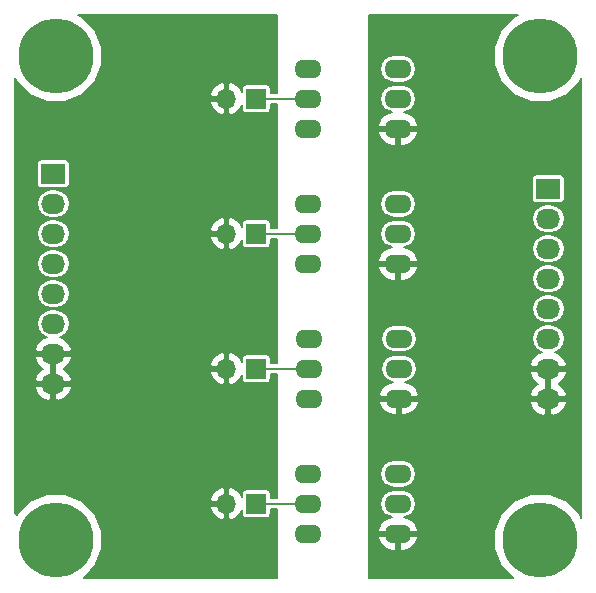
<source format=gbr>
G04 #@! TF.FileFunction,Copper,L2,Bot,Signal*
%FSLAX46Y46*%
G04 Gerber Fmt 4.6, Leading zero omitted, Abs format (unit mm)*
G04 Created by KiCad (PCBNEW (after 2015-mar-04 BZR unknown)-product) date 6/8/2017 8:03:03 AM*
%MOMM*%
G01*
G04 APERTURE LIST*
%ADD10C,0.150000*%
%ADD11O,2.300000X1.600000*%
%ADD12R,2.032000X1.727200*%
%ADD13O,2.032000X1.727200*%
%ADD14C,6.350000*%
%ADD15R,1.700000X1.700000*%
%ADD16O,1.700000X1.700000*%
%ADD17C,0.889000*%
%ADD18C,0.203200*%
G04 APERTURE END LIST*
D10*
D11*
X25340000Y-5090000D03*
X25340000Y-7630000D03*
X25340000Y-10170000D03*
X32960000Y-10170000D03*
X32960000Y-7630000D03*
X32960000Y-5090000D03*
X25340000Y-16520000D03*
X25340000Y-19060000D03*
X25340000Y-21600000D03*
X32960000Y-21600000D03*
X32960000Y-19060000D03*
X32960000Y-16520000D03*
X25400000Y-27940000D03*
X25400000Y-30480000D03*
X25400000Y-33020000D03*
X33020000Y-33020000D03*
X33020000Y-30480000D03*
X33020000Y-27940000D03*
X25340000Y-39380000D03*
X25340000Y-41920000D03*
X25340000Y-44460000D03*
X32960000Y-44460000D03*
X32960000Y-41920000D03*
X32960000Y-39380000D03*
D12*
X3750000Y-13980000D03*
D13*
X3750000Y-16520000D03*
X3750000Y-19060000D03*
X3750000Y-21600000D03*
X3750000Y-24140000D03*
X3750000Y-26680000D03*
X3750000Y-29220000D03*
X3750000Y-31760000D03*
D12*
X45660000Y-15250000D03*
D13*
X45660000Y-17790000D03*
X45660000Y-20330000D03*
X45660000Y-22870000D03*
X45660000Y-25410000D03*
X45660000Y-27950000D03*
X45660000Y-30490000D03*
X45660000Y-33030000D03*
D14*
X4000000Y-4000000D03*
X45000000Y-4000000D03*
X4000000Y-45000000D03*
X45000000Y-45000000D03*
D15*
X20955000Y-7620000D03*
D16*
X18415000Y-7620000D03*
D15*
X20955000Y-19050000D03*
D16*
X18415000Y-19050000D03*
D15*
X20955000Y-30480000D03*
D16*
X18415000Y-30480000D03*
D15*
X20955000Y-41910000D03*
D16*
X18415000Y-41910000D03*
D17*
X16510000Y-46990000D03*
X18415000Y-36195000D03*
X18415000Y-24765000D03*
X17780000Y-13970000D03*
D18*
X25340000Y-7630000D02*
X20965000Y-7630000D01*
X20965000Y-7630000D02*
X20955000Y-7620000D01*
X20955000Y-19050000D02*
X25330000Y-19050000D01*
X25330000Y-19050000D02*
X25340000Y-19060000D01*
X20955000Y-30480000D02*
X25400000Y-30480000D01*
X20955000Y-41910000D02*
X25330000Y-41910000D01*
X25330000Y-41910000D02*
X25340000Y-41920000D01*
G36*
X22698400Y-48168400D02*
X18262600Y-48168400D01*
X18262600Y-43208286D01*
X18262600Y-42062400D01*
X18262600Y-41757600D01*
X18262600Y-40611714D01*
X18262600Y-31778286D01*
X18262600Y-30632400D01*
X18262600Y-30327600D01*
X18262600Y-29181714D01*
X18262600Y-20348286D01*
X18262600Y-19202400D01*
X18262600Y-18897600D01*
X18262600Y-17751714D01*
X18262600Y-8918286D01*
X18262600Y-7772400D01*
X18262600Y-7467600D01*
X18262600Y-6321714D01*
X18037393Y-6210090D01*
X17685046Y-6356025D01*
X17256908Y-6731581D01*
X17005079Y-7242391D01*
X17115766Y-7467600D01*
X18262600Y-7467600D01*
X18262600Y-7772400D01*
X17115766Y-7772400D01*
X17005079Y-7997609D01*
X17256908Y-8508419D01*
X17685046Y-8883975D01*
X18037393Y-9029910D01*
X18262600Y-8918286D01*
X18262600Y-17751714D01*
X18037393Y-17640090D01*
X17685046Y-17786025D01*
X17256908Y-18161581D01*
X17005079Y-18672391D01*
X17115766Y-18897600D01*
X18262600Y-18897600D01*
X18262600Y-19202400D01*
X17115766Y-19202400D01*
X17005079Y-19427609D01*
X17256908Y-19938419D01*
X17685046Y-20313975D01*
X18037393Y-20459910D01*
X18262600Y-20348286D01*
X18262600Y-29181714D01*
X18037393Y-29070090D01*
X17685046Y-29216025D01*
X17256908Y-29591581D01*
X17005079Y-30102391D01*
X17115766Y-30327600D01*
X18262600Y-30327600D01*
X18262600Y-30632400D01*
X17115766Y-30632400D01*
X17005079Y-30857609D01*
X17256908Y-31368419D01*
X17685046Y-31743975D01*
X18037393Y-31889910D01*
X18262600Y-31778286D01*
X18262600Y-40611714D01*
X18037393Y-40500090D01*
X17685046Y-40646025D01*
X17256908Y-41021581D01*
X17005079Y-41532391D01*
X17115766Y-41757600D01*
X18262600Y-41757600D01*
X18262600Y-42062400D01*
X17115766Y-42062400D01*
X17005079Y-42287609D01*
X17256908Y-42798419D01*
X17685046Y-43173975D01*
X18037393Y-43319910D01*
X18262600Y-43208286D01*
X18262600Y-48168400D01*
X6362737Y-48168400D01*
X7314160Y-47218637D01*
X7910920Y-45781479D01*
X7912278Y-44225348D01*
X7318027Y-42787151D01*
X6218637Y-41685840D01*
X5325815Y-41315108D01*
X5325815Y-32139746D01*
X5325815Y-31380254D01*
X5094243Y-30894075D01*
X4672144Y-30503891D01*
X4634490Y-30490000D01*
X4672144Y-30476109D01*
X5094243Y-30085925D01*
X5325815Y-29599746D01*
X5325815Y-28840254D01*
X5094243Y-28354075D01*
X4672144Y-27963891D01*
X4297988Y-27825857D01*
X4395839Y-27806394D01*
X4791376Y-27542105D01*
X5055665Y-27146568D01*
X5148471Y-26680000D01*
X5148471Y-24140000D01*
X5148471Y-21600000D01*
X5148471Y-19060000D01*
X5148471Y-16520000D01*
X5128567Y-16419935D01*
X5128567Y-14843600D01*
X5128567Y-13116400D01*
X5102259Y-12980811D01*
X5023977Y-12861641D01*
X4905799Y-12781869D01*
X4766000Y-12753833D01*
X2734000Y-12753833D01*
X2598411Y-12780141D01*
X2479241Y-12858423D01*
X2399469Y-12976601D01*
X2371433Y-13116400D01*
X2371433Y-14843600D01*
X2397741Y-14979189D01*
X2476023Y-15098359D01*
X2594201Y-15178131D01*
X2734000Y-15206167D01*
X4766000Y-15206167D01*
X4901589Y-15179859D01*
X5020759Y-15101577D01*
X5100531Y-14983399D01*
X5128567Y-14843600D01*
X5128567Y-16419935D01*
X5055665Y-16053432D01*
X4791376Y-15657895D01*
X4395839Y-15393606D01*
X3929271Y-15300800D01*
X3570729Y-15300800D01*
X3104161Y-15393606D01*
X2708624Y-15657895D01*
X2444335Y-16053432D01*
X2351529Y-16520000D01*
X2444335Y-16986568D01*
X2708624Y-17382105D01*
X3104161Y-17646394D01*
X3570729Y-17739200D01*
X3929271Y-17739200D01*
X4395839Y-17646394D01*
X4791376Y-17382105D01*
X5055665Y-16986568D01*
X5148471Y-16520000D01*
X5148471Y-19060000D01*
X5055665Y-18593432D01*
X4791376Y-18197895D01*
X4395839Y-17933606D01*
X3929271Y-17840800D01*
X3570729Y-17840800D01*
X3104161Y-17933606D01*
X2708624Y-18197895D01*
X2444335Y-18593432D01*
X2351529Y-19060000D01*
X2444335Y-19526568D01*
X2708624Y-19922105D01*
X3104161Y-20186394D01*
X3570729Y-20279200D01*
X3929271Y-20279200D01*
X4395839Y-20186394D01*
X4791376Y-19922105D01*
X5055665Y-19526568D01*
X5148471Y-19060000D01*
X5148471Y-21600000D01*
X5055665Y-21133432D01*
X4791376Y-20737895D01*
X4395839Y-20473606D01*
X3929271Y-20380800D01*
X3570729Y-20380800D01*
X3104161Y-20473606D01*
X2708624Y-20737895D01*
X2444335Y-21133432D01*
X2351529Y-21600000D01*
X2444335Y-22066568D01*
X2708624Y-22462105D01*
X3104161Y-22726394D01*
X3570729Y-22819200D01*
X3929271Y-22819200D01*
X4395839Y-22726394D01*
X4791376Y-22462105D01*
X5055665Y-22066568D01*
X5148471Y-21600000D01*
X5148471Y-24140000D01*
X5055665Y-23673432D01*
X4791376Y-23277895D01*
X4395839Y-23013606D01*
X3929271Y-22920800D01*
X3570729Y-22920800D01*
X3104161Y-23013606D01*
X2708624Y-23277895D01*
X2444335Y-23673432D01*
X2351529Y-24140000D01*
X2444335Y-24606568D01*
X2708624Y-25002105D01*
X3104161Y-25266394D01*
X3570729Y-25359200D01*
X3929271Y-25359200D01*
X4395839Y-25266394D01*
X4791376Y-25002105D01*
X5055665Y-24606568D01*
X5148471Y-24140000D01*
X5148471Y-26680000D01*
X5055665Y-26213432D01*
X4791376Y-25817895D01*
X4395839Y-25553606D01*
X3929271Y-25460800D01*
X3570729Y-25460800D01*
X3104161Y-25553606D01*
X2708624Y-25817895D01*
X2444335Y-26213432D01*
X2351529Y-26680000D01*
X2444335Y-27146568D01*
X2708624Y-27542105D01*
X3104161Y-27806394D01*
X3202011Y-27825857D01*
X2827856Y-27963891D01*
X2405757Y-28354075D01*
X2174185Y-28840254D01*
X2285622Y-29067600D01*
X3597600Y-29067600D01*
X3597600Y-29047600D01*
X3902400Y-29047600D01*
X3902400Y-29067600D01*
X5214378Y-29067600D01*
X5325815Y-28840254D01*
X5325815Y-29599746D01*
X5214378Y-29372400D01*
X3902400Y-29372400D01*
X3902400Y-30439200D01*
X3902400Y-30540800D01*
X3902400Y-31607600D01*
X5214378Y-31607600D01*
X5325815Y-31380254D01*
X5325815Y-32139746D01*
X5214378Y-31912400D01*
X3902400Y-31912400D01*
X3902400Y-33080800D01*
X4132859Y-33215062D01*
X4672144Y-33016109D01*
X5094243Y-32625925D01*
X5325815Y-32139746D01*
X5325815Y-41315108D01*
X4781479Y-41089080D01*
X3597600Y-41088046D01*
X3597600Y-33080800D01*
X3597600Y-31912400D01*
X3597600Y-31607600D01*
X3597600Y-30540800D01*
X3597600Y-30439200D01*
X3597600Y-29372400D01*
X2285622Y-29372400D01*
X2174185Y-29599746D01*
X2405757Y-30085925D01*
X2827856Y-30476109D01*
X2865509Y-30490000D01*
X2827856Y-30503891D01*
X2405757Y-30894075D01*
X2174185Y-31380254D01*
X2285622Y-31607600D01*
X3597600Y-31607600D01*
X3597600Y-31912400D01*
X2285622Y-31912400D01*
X2174185Y-32139746D01*
X2405757Y-32625925D01*
X2827856Y-33016109D01*
X3367141Y-33215062D01*
X3597600Y-33080800D01*
X3597600Y-41088046D01*
X3225348Y-41087722D01*
X1787151Y-41681973D01*
X685840Y-42781363D01*
X640629Y-42890241D01*
X546100Y-42732691D01*
X546100Y-5884011D01*
X681973Y-6212849D01*
X1781363Y-7314160D01*
X3218521Y-7910920D01*
X4774652Y-7912278D01*
X6212849Y-7318027D01*
X7314160Y-6218637D01*
X7910920Y-4781479D01*
X7912278Y-3225348D01*
X7318027Y-1787151D01*
X6218637Y-685840D01*
X5882105Y-546100D01*
X22698400Y-546100D01*
X22698400Y-7172800D01*
X22167567Y-7172800D01*
X22167567Y-6770000D01*
X22141259Y-6634411D01*
X22062977Y-6515241D01*
X21944799Y-6435469D01*
X21805000Y-6407433D01*
X20105000Y-6407433D01*
X19969411Y-6433741D01*
X19850241Y-6512023D01*
X19770469Y-6630201D01*
X19742433Y-6770000D01*
X19742433Y-7075072D01*
X19573092Y-6731581D01*
X19144954Y-6356025D01*
X18792607Y-6210090D01*
X18567400Y-6321714D01*
X18567400Y-7467600D01*
X18587400Y-7467600D01*
X18587400Y-7772400D01*
X18567400Y-7772400D01*
X18567400Y-8918286D01*
X18792607Y-9029910D01*
X19144954Y-8883975D01*
X19573092Y-8508419D01*
X19742433Y-8164927D01*
X19742433Y-8470000D01*
X19768741Y-8605589D01*
X19847023Y-8724759D01*
X19965201Y-8804531D01*
X20105000Y-8832567D01*
X21805000Y-8832567D01*
X21940589Y-8806259D01*
X22059759Y-8727977D01*
X22139531Y-8609799D01*
X22167567Y-8470000D01*
X22167567Y-8087200D01*
X22698400Y-8087200D01*
X22698400Y-18592800D01*
X22167567Y-18592800D01*
X22167567Y-18200000D01*
X22141259Y-18064411D01*
X22062977Y-17945241D01*
X21944799Y-17865469D01*
X21805000Y-17837433D01*
X20105000Y-17837433D01*
X19969411Y-17863741D01*
X19850241Y-17942023D01*
X19770469Y-18060201D01*
X19742433Y-18200000D01*
X19742433Y-18505072D01*
X19573092Y-18161581D01*
X19144954Y-17786025D01*
X18792607Y-17640090D01*
X18567400Y-17751714D01*
X18567400Y-18897600D01*
X18587400Y-18897600D01*
X18587400Y-19202400D01*
X18567400Y-19202400D01*
X18567400Y-20348286D01*
X18792607Y-20459910D01*
X19144954Y-20313975D01*
X19573092Y-19938419D01*
X19742433Y-19594927D01*
X19742433Y-19900000D01*
X19768741Y-20035589D01*
X19847023Y-20154759D01*
X19965201Y-20234531D01*
X20105000Y-20262567D01*
X21805000Y-20262567D01*
X21940589Y-20236259D01*
X22059759Y-20157977D01*
X22139531Y-20039799D01*
X22167567Y-19900000D01*
X22167567Y-19507200D01*
X22698400Y-19507200D01*
X22698400Y-30022800D01*
X22167567Y-30022800D01*
X22167567Y-29630000D01*
X22141259Y-29494411D01*
X22062977Y-29375241D01*
X21944799Y-29295469D01*
X21805000Y-29267433D01*
X20105000Y-29267433D01*
X19969411Y-29293741D01*
X19850241Y-29372023D01*
X19770469Y-29490201D01*
X19742433Y-29630000D01*
X19742433Y-29935072D01*
X19573092Y-29591581D01*
X19144954Y-29216025D01*
X18792607Y-29070090D01*
X18567400Y-29181714D01*
X18567400Y-30327600D01*
X18587400Y-30327600D01*
X18587400Y-30632400D01*
X18567400Y-30632400D01*
X18567400Y-31778286D01*
X18792607Y-31889910D01*
X19144954Y-31743975D01*
X19573092Y-31368419D01*
X19742433Y-31024927D01*
X19742433Y-31330000D01*
X19768741Y-31465589D01*
X19847023Y-31584759D01*
X19965201Y-31664531D01*
X20105000Y-31692567D01*
X21805000Y-31692567D01*
X21940589Y-31666259D01*
X22059759Y-31587977D01*
X22139531Y-31469799D01*
X22167567Y-31330000D01*
X22167567Y-30937200D01*
X22698400Y-30937200D01*
X22698400Y-41452800D01*
X22167567Y-41452800D01*
X22167567Y-41060000D01*
X22141259Y-40924411D01*
X22062977Y-40805241D01*
X21944799Y-40725469D01*
X21805000Y-40697433D01*
X20105000Y-40697433D01*
X19969411Y-40723741D01*
X19850241Y-40802023D01*
X19770469Y-40920201D01*
X19742433Y-41060000D01*
X19742433Y-41365072D01*
X19573092Y-41021581D01*
X19144954Y-40646025D01*
X18792607Y-40500090D01*
X18567400Y-40611714D01*
X18567400Y-41757600D01*
X18587400Y-41757600D01*
X18587400Y-42062400D01*
X18567400Y-42062400D01*
X18567400Y-43208286D01*
X18792607Y-43319910D01*
X19144954Y-43173975D01*
X19573092Y-42798419D01*
X19742433Y-42454927D01*
X19742433Y-42760000D01*
X19768741Y-42895589D01*
X19847023Y-43014759D01*
X19965201Y-43094531D01*
X20105000Y-43122567D01*
X21805000Y-43122567D01*
X21940589Y-43096259D01*
X22059759Y-43017977D01*
X22139531Y-42899799D01*
X22167567Y-42760000D01*
X22167567Y-42367200D01*
X22698400Y-42367200D01*
X22698400Y-48168400D01*
X22698400Y-48168400D01*
G37*
X22698400Y-48168400D02*
X18262600Y-48168400D01*
X18262600Y-43208286D01*
X18262600Y-42062400D01*
X18262600Y-41757600D01*
X18262600Y-40611714D01*
X18262600Y-31778286D01*
X18262600Y-30632400D01*
X18262600Y-30327600D01*
X18262600Y-29181714D01*
X18262600Y-20348286D01*
X18262600Y-19202400D01*
X18262600Y-18897600D01*
X18262600Y-17751714D01*
X18262600Y-8918286D01*
X18262600Y-7772400D01*
X18262600Y-7467600D01*
X18262600Y-6321714D01*
X18037393Y-6210090D01*
X17685046Y-6356025D01*
X17256908Y-6731581D01*
X17005079Y-7242391D01*
X17115766Y-7467600D01*
X18262600Y-7467600D01*
X18262600Y-7772400D01*
X17115766Y-7772400D01*
X17005079Y-7997609D01*
X17256908Y-8508419D01*
X17685046Y-8883975D01*
X18037393Y-9029910D01*
X18262600Y-8918286D01*
X18262600Y-17751714D01*
X18037393Y-17640090D01*
X17685046Y-17786025D01*
X17256908Y-18161581D01*
X17005079Y-18672391D01*
X17115766Y-18897600D01*
X18262600Y-18897600D01*
X18262600Y-19202400D01*
X17115766Y-19202400D01*
X17005079Y-19427609D01*
X17256908Y-19938419D01*
X17685046Y-20313975D01*
X18037393Y-20459910D01*
X18262600Y-20348286D01*
X18262600Y-29181714D01*
X18037393Y-29070090D01*
X17685046Y-29216025D01*
X17256908Y-29591581D01*
X17005079Y-30102391D01*
X17115766Y-30327600D01*
X18262600Y-30327600D01*
X18262600Y-30632400D01*
X17115766Y-30632400D01*
X17005079Y-30857609D01*
X17256908Y-31368419D01*
X17685046Y-31743975D01*
X18037393Y-31889910D01*
X18262600Y-31778286D01*
X18262600Y-40611714D01*
X18037393Y-40500090D01*
X17685046Y-40646025D01*
X17256908Y-41021581D01*
X17005079Y-41532391D01*
X17115766Y-41757600D01*
X18262600Y-41757600D01*
X18262600Y-42062400D01*
X17115766Y-42062400D01*
X17005079Y-42287609D01*
X17256908Y-42798419D01*
X17685046Y-43173975D01*
X18037393Y-43319910D01*
X18262600Y-43208286D01*
X18262600Y-48168400D01*
X6362737Y-48168400D01*
X7314160Y-47218637D01*
X7910920Y-45781479D01*
X7912278Y-44225348D01*
X7318027Y-42787151D01*
X6218637Y-41685840D01*
X5325815Y-41315108D01*
X5325815Y-32139746D01*
X5325815Y-31380254D01*
X5094243Y-30894075D01*
X4672144Y-30503891D01*
X4634490Y-30490000D01*
X4672144Y-30476109D01*
X5094243Y-30085925D01*
X5325815Y-29599746D01*
X5325815Y-28840254D01*
X5094243Y-28354075D01*
X4672144Y-27963891D01*
X4297988Y-27825857D01*
X4395839Y-27806394D01*
X4791376Y-27542105D01*
X5055665Y-27146568D01*
X5148471Y-26680000D01*
X5148471Y-24140000D01*
X5148471Y-21600000D01*
X5148471Y-19060000D01*
X5148471Y-16520000D01*
X5128567Y-16419935D01*
X5128567Y-14843600D01*
X5128567Y-13116400D01*
X5102259Y-12980811D01*
X5023977Y-12861641D01*
X4905799Y-12781869D01*
X4766000Y-12753833D01*
X2734000Y-12753833D01*
X2598411Y-12780141D01*
X2479241Y-12858423D01*
X2399469Y-12976601D01*
X2371433Y-13116400D01*
X2371433Y-14843600D01*
X2397741Y-14979189D01*
X2476023Y-15098359D01*
X2594201Y-15178131D01*
X2734000Y-15206167D01*
X4766000Y-15206167D01*
X4901589Y-15179859D01*
X5020759Y-15101577D01*
X5100531Y-14983399D01*
X5128567Y-14843600D01*
X5128567Y-16419935D01*
X5055665Y-16053432D01*
X4791376Y-15657895D01*
X4395839Y-15393606D01*
X3929271Y-15300800D01*
X3570729Y-15300800D01*
X3104161Y-15393606D01*
X2708624Y-15657895D01*
X2444335Y-16053432D01*
X2351529Y-16520000D01*
X2444335Y-16986568D01*
X2708624Y-17382105D01*
X3104161Y-17646394D01*
X3570729Y-17739200D01*
X3929271Y-17739200D01*
X4395839Y-17646394D01*
X4791376Y-17382105D01*
X5055665Y-16986568D01*
X5148471Y-16520000D01*
X5148471Y-19060000D01*
X5055665Y-18593432D01*
X4791376Y-18197895D01*
X4395839Y-17933606D01*
X3929271Y-17840800D01*
X3570729Y-17840800D01*
X3104161Y-17933606D01*
X2708624Y-18197895D01*
X2444335Y-18593432D01*
X2351529Y-19060000D01*
X2444335Y-19526568D01*
X2708624Y-19922105D01*
X3104161Y-20186394D01*
X3570729Y-20279200D01*
X3929271Y-20279200D01*
X4395839Y-20186394D01*
X4791376Y-19922105D01*
X5055665Y-19526568D01*
X5148471Y-19060000D01*
X5148471Y-21600000D01*
X5055665Y-21133432D01*
X4791376Y-20737895D01*
X4395839Y-20473606D01*
X3929271Y-20380800D01*
X3570729Y-20380800D01*
X3104161Y-20473606D01*
X2708624Y-20737895D01*
X2444335Y-21133432D01*
X2351529Y-21600000D01*
X2444335Y-22066568D01*
X2708624Y-22462105D01*
X3104161Y-22726394D01*
X3570729Y-22819200D01*
X3929271Y-22819200D01*
X4395839Y-22726394D01*
X4791376Y-22462105D01*
X5055665Y-22066568D01*
X5148471Y-21600000D01*
X5148471Y-24140000D01*
X5055665Y-23673432D01*
X4791376Y-23277895D01*
X4395839Y-23013606D01*
X3929271Y-22920800D01*
X3570729Y-22920800D01*
X3104161Y-23013606D01*
X2708624Y-23277895D01*
X2444335Y-23673432D01*
X2351529Y-24140000D01*
X2444335Y-24606568D01*
X2708624Y-25002105D01*
X3104161Y-25266394D01*
X3570729Y-25359200D01*
X3929271Y-25359200D01*
X4395839Y-25266394D01*
X4791376Y-25002105D01*
X5055665Y-24606568D01*
X5148471Y-24140000D01*
X5148471Y-26680000D01*
X5055665Y-26213432D01*
X4791376Y-25817895D01*
X4395839Y-25553606D01*
X3929271Y-25460800D01*
X3570729Y-25460800D01*
X3104161Y-25553606D01*
X2708624Y-25817895D01*
X2444335Y-26213432D01*
X2351529Y-26680000D01*
X2444335Y-27146568D01*
X2708624Y-27542105D01*
X3104161Y-27806394D01*
X3202011Y-27825857D01*
X2827856Y-27963891D01*
X2405757Y-28354075D01*
X2174185Y-28840254D01*
X2285622Y-29067600D01*
X3597600Y-29067600D01*
X3597600Y-29047600D01*
X3902400Y-29047600D01*
X3902400Y-29067600D01*
X5214378Y-29067600D01*
X5325815Y-28840254D01*
X5325815Y-29599746D01*
X5214378Y-29372400D01*
X3902400Y-29372400D01*
X3902400Y-30439200D01*
X3902400Y-30540800D01*
X3902400Y-31607600D01*
X5214378Y-31607600D01*
X5325815Y-31380254D01*
X5325815Y-32139746D01*
X5214378Y-31912400D01*
X3902400Y-31912400D01*
X3902400Y-33080800D01*
X4132859Y-33215062D01*
X4672144Y-33016109D01*
X5094243Y-32625925D01*
X5325815Y-32139746D01*
X5325815Y-41315108D01*
X4781479Y-41089080D01*
X3597600Y-41088046D01*
X3597600Y-33080800D01*
X3597600Y-31912400D01*
X3597600Y-31607600D01*
X3597600Y-30540800D01*
X3597600Y-30439200D01*
X3597600Y-29372400D01*
X2285622Y-29372400D01*
X2174185Y-29599746D01*
X2405757Y-30085925D01*
X2827856Y-30476109D01*
X2865509Y-30490000D01*
X2827856Y-30503891D01*
X2405757Y-30894075D01*
X2174185Y-31380254D01*
X2285622Y-31607600D01*
X3597600Y-31607600D01*
X3597600Y-31912400D01*
X2285622Y-31912400D01*
X2174185Y-32139746D01*
X2405757Y-32625925D01*
X2827856Y-33016109D01*
X3367141Y-33215062D01*
X3597600Y-33080800D01*
X3597600Y-41088046D01*
X3225348Y-41087722D01*
X1787151Y-41681973D01*
X685840Y-42781363D01*
X640629Y-42890241D01*
X546100Y-42732691D01*
X546100Y-5884011D01*
X681973Y-6212849D01*
X1781363Y-7314160D01*
X3218521Y-7910920D01*
X4774652Y-7912278D01*
X6212849Y-7318027D01*
X7314160Y-6218637D01*
X7910920Y-4781479D01*
X7912278Y-3225348D01*
X7318027Y-1787151D01*
X6218637Y-685840D01*
X5882105Y-546100D01*
X22698400Y-546100D01*
X22698400Y-7172800D01*
X22167567Y-7172800D01*
X22167567Y-6770000D01*
X22141259Y-6634411D01*
X22062977Y-6515241D01*
X21944799Y-6435469D01*
X21805000Y-6407433D01*
X20105000Y-6407433D01*
X19969411Y-6433741D01*
X19850241Y-6512023D01*
X19770469Y-6630201D01*
X19742433Y-6770000D01*
X19742433Y-7075072D01*
X19573092Y-6731581D01*
X19144954Y-6356025D01*
X18792607Y-6210090D01*
X18567400Y-6321714D01*
X18567400Y-7467600D01*
X18587400Y-7467600D01*
X18587400Y-7772400D01*
X18567400Y-7772400D01*
X18567400Y-8918286D01*
X18792607Y-9029910D01*
X19144954Y-8883975D01*
X19573092Y-8508419D01*
X19742433Y-8164927D01*
X19742433Y-8470000D01*
X19768741Y-8605589D01*
X19847023Y-8724759D01*
X19965201Y-8804531D01*
X20105000Y-8832567D01*
X21805000Y-8832567D01*
X21940589Y-8806259D01*
X22059759Y-8727977D01*
X22139531Y-8609799D01*
X22167567Y-8470000D01*
X22167567Y-8087200D01*
X22698400Y-8087200D01*
X22698400Y-18592800D01*
X22167567Y-18592800D01*
X22167567Y-18200000D01*
X22141259Y-18064411D01*
X22062977Y-17945241D01*
X21944799Y-17865469D01*
X21805000Y-17837433D01*
X20105000Y-17837433D01*
X19969411Y-17863741D01*
X19850241Y-17942023D01*
X19770469Y-18060201D01*
X19742433Y-18200000D01*
X19742433Y-18505072D01*
X19573092Y-18161581D01*
X19144954Y-17786025D01*
X18792607Y-17640090D01*
X18567400Y-17751714D01*
X18567400Y-18897600D01*
X18587400Y-18897600D01*
X18587400Y-19202400D01*
X18567400Y-19202400D01*
X18567400Y-20348286D01*
X18792607Y-20459910D01*
X19144954Y-20313975D01*
X19573092Y-19938419D01*
X19742433Y-19594927D01*
X19742433Y-19900000D01*
X19768741Y-20035589D01*
X19847023Y-20154759D01*
X19965201Y-20234531D01*
X20105000Y-20262567D01*
X21805000Y-20262567D01*
X21940589Y-20236259D01*
X22059759Y-20157977D01*
X22139531Y-20039799D01*
X22167567Y-19900000D01*
X22167567Y-19507200D01*
X22698400Y-19507200D01*
X22698400Y-30022800D01*
X22167567Y-30022800D01*
X22167567Y-29630000D01*
X22141259Y-29494411D01*
X22062977Y-29375241D01*
X21944799Y-29295469D01*
X21805000Y-29267433D01*
X20105000Y-29267433D01*
X19969411Y-29293741D01*
X19850241Y-29372023D01*
X19770469Y-29490201D01*
X19742433Y-29630000D01*
X19742433Y-29935072D01*
X19573092Y-29591581D01*
X19144954Y-29216025D01*
X18792607Y-29070090D01*
X18567400Y-29181714D01*
X18567400Y-30327600D01*
X18587400Y-30327600D01*
X18587400Y-30632400D01*
X18567400Y-30632400D01*
X18567400Y-31778286D01*
X18792607Y-31889910D01*
X19144954Y-31743975D01*
X19573092Y-31368419D01*
X19742433Y-31024927D01*
X19742433Y-31330000D01*
X19768741Y-31465589D01*
X19847023Y-31584759D01*
X19965201Y-31664531D01*
X20105000Y-31692567D01*
X21805000Y-31692567D01*
X21940589Y-31666259D01*
X22059759Y-31587977D01*
X22139531Y-31469799D01*
X22167567Y-31330000D01*
X22167567Y-30937200D01*
X22698400Y-30937200D01*
X22698400Y-41452800D01*
X22167567Y-41452800D01*
X22167567Y-41060000D01*
X22141259Y-40924411D01*
X22062977Y-40805241D01*
X21944799Y-40725469D01*
X21805000Y-40697433D01*
X20105000Y-40697433D01*
X19969411Y-40723741D01*
X19850241Y-40802023D01*
X19770469Y-40920201D01*
X19742433Y-41060000D01*
X19742433Y-41365072D01*
X19573092Y-41021581D01*
X19144954Y-40646025D01*
X18792607Y-40500090D01*
X18567400Y-40611714D01*
X18567400Y-41757600D01*
X18587400Y-41757600D01*
X18587400Y-42062400D01*
X18567400Y-42062400D01*
X18567400Y-43208286D01*
X18792607Y-43319910D01*
X19144954Y-43173975D01*
X19573092Y-42798419D01*
X19742433Y-42454927D01*
X19742433Y-42760000D01*
X19768741Y-42895589D01*
X19847023Y-43014759D01*
X19965201Y-43094531D01*
X20105000Y-43122567D01*
X21805000Y-43122567D01*
X21940589Y-43096259D01*
X22059759Y-43017977D01*
X22139531Y-42899799D01*
X22167567Y-42760000D01*
X22167567Y-42367200D01*
X22698400Y-42367200D01*
X22698400Y-48168400D01*
G36*
X48453900Y-43115988D02*
X48318027Y-42787151D01*
X47235815Y-41703048D01*
X47235815Y-33409746D01*
X47235815Y-32650254D01*
X47004243Y-32164075D01*
X46582144Y-31773891D01*
X46544490Y-31760000D01*
X46582144Y-31746109D01*
X47004243Y-31355925D01*
X47235815Y-30869746D01*
X47235815Y-30110254D01*
X47004243Y-29624075D01*
X46582144Y-29233891D01*
X46207988Y-29095857D01*
X46305839Y-29076394D01*
X46701376Y-28812105D01*
X46965665Y-28416568D01*
X47058471Y-27950000D01*
X47058471Y-25410000D01*
X47058471Y-22870000D01*
X47058471Y-20330000D01*
X47058471Y-17790000D01*
X47038567Y-17689935D01*
X47038567Y-16113600D01*
X47038567Y-14386400D01*
X47012259Y-14250811D01*
X46933977Y-14131641D01*
X46815799Y-14051869D01*
X46676000Y-14023833D01*
X44644000Y-14023833D01*
X44508411Y-14050141D01*
X44389241Y-14128423D01*
X44309469Y-14246601D01*
X44281433Y-14386400D01*
X44281433Y-16113600D01*
X44307741Y-16249189D01*
X44386023Y-16368359D01*
X44504201Y-16448131D01*
X44644000Y-16476167D01*
X46676000Y-16476167D01*
X46811589Y-16449859D01*
X46930759Y-16371577D01*
X47010531Y-16253399D01*
X47038567Y-16113600D01*
X47038567Y-17689935D01*
X46965665Y-17323432D01*
X46701376Y-16927895D01*
X46305839Y-16663606D01*
X45839271Y-16570800D01*
X45480729Y-16570800D01*
X45014161Y-16663606D01*
X44618624Y-16927895D01*
X44354335Y-17323432D01*
X44261529Y-17790000D01*
X44354335Y-18256568D01*
X44618624Y-18652105D01*
X45014161Y-18916394D01*
X45480729Y-19009200D01*
X45839271Y-19009200D01*
X46305839Y-18916394D01*
X46701376Y-18652105D01*
X46965665Y-18256568D01*
X47058471Y-17790000D01*
X47058471Y-20330000D01*
X46965665Y-19863432D01*
X46701376Y-19467895D01*
X46305839Y-19203606D01*
X45839271Y-19110800D01*
X45480729Y-19110800D01*
X45014161Y-19203606D01*
X44618624Y-19467895D01*
X44354335Y-19863432D01*
X44261529Y-20330000D01*
X44354335Y-20796568D01*
X44618624Y-21192105D01*
X45014161Y-21456394D01*
X45480729Y-21549200D01*
X45839271Y-21549200D01*
X46305839Y-21456394D01*
X46701376Y-21192105D01*
X46965665Y-20796568D01*
X47058471Y-20330000D01*
X47058471Y-22870000D01*
X46965665Y-22403432D01*
X46701376Y-22007895D01*
X46305839Y-21743606D01*
X45839271Y-21650800D01*
X45480729Y-21650800D01*
X45014161Y-21743606D01*
X44618624Y-22007895D01*
X44354335Y-22403432D01*
X44261529Y-22870000D01*
X44354335Y-23336568D01*
X44618624Y-23732105D01*
X45014161Y-23996394D01*
X45480729Y-24089200D01*
X45839271Y-24089200D01*
X46305839Y-23996394D01*
X46701376Y-23732105D01*
X46965665Y-23336568D01*
X47058471Y-22870000D01*
X47058471Y-25410000D01*
X46965665Y-24943432D01*
X46701376Y-24547895D01*
X46305839Y-24283606D01*
X45839271Y-24190800D01*
X45480729Y-24190800D01*
X45014161Y-24283606D01*
X44618624Y-24547895D01*
X44354335Y-24943432D01*
X44261529Y-25410000D01*
X44354335Y-25876568D01*
X44618624Y-26272105D01*
X45014161Y-26536394D01*
X45480729Y-26629200D01*
X45839271Y-26629200D01*
X46305839Y-26536394D01*
X46701376Y-26272105D01*
X46965665Y-25876568D01*
X47058471Y-25410000D01*
X47058471Y-27950000D01*
X46965665Y-27483432D01*
X46701376Y-27087895D01*
X46305839Y-26823606D01*
X45839271Y-26730800D01*
X45480729Y-26730800D01*
X45014161Y-26823606D01*
X44618624Y-27087895D01*
X44354335Y-27483432D01*
X44261529Y-27950000D01*
X44354335Y-28416568D01*
X44618624Y-28812105D01*
X45014161Y-29076394D01*
X45112011Y-29095857D01*
X44737856Y-29233891D01*
X44315757Y-29624075D01*
X44084185Y-30110254D01*
X44195622Y-30337600D01*
X45507600Y-30337600D01*
X45507600Y-30317600D01*
X45812400Y-30317600D01*
X45812400Y-30337600D01*
X47124378Y-30337600D01*
X47235815Y-30110254D01*
X47235815Y-30869746D01*
X47124378Y-30642400D01*
X45812400Y-30642400D01*
X45812400Y-31709200D01*
X45812400Y-31810800D01*
X45812400Y-32877600D01*
X47124378Y-32877600D01*
X47235815Y-32650254D01*
X47235815Y-33409746D01*
X47124378Y-33182400D01*
X45812400Y-33182400D01*
X45812400Y-34350800D01*
X46042859Y-34485062D01*
X46582144Y-34286109D01*
X47004243Y-33895925D01*
X47235815Y-33409746D01*
X47235815Y-41703048D01*
X47218637Y-41685840D01*
X45781479Y-41089080D01*
X45507600Y-41088840D01*
X45507600Y-34350800D01*
X45507600Y-33182400D01*
X45507600Y-32877600D01*
X45507600Y-31810800D01*
X45507600Y-31709200D01*
X45507600Y-30642400D01*
X44195622Y-30642400D01*
X44084185Y-30869746D01*
X44315757Y-31355925D01*
X44737856Y-31746109D01*
X44775509Y-31760000D01*
X44737856Y-31773891D01*
X44315757Y-32164075D01*
X44084185Y-32650254D01*
X44195622Y-32877600D01*
X45507600Y-32877600D01*
X45507600Y-33182400D01*
X44195622Y-33182400D01*
X44084185Y-33409746D01*
X44315757Y-33895925D01*
X44737856Y-34286109D01*
X45277141Y-34485062D01*
X45507600Y-34350800D01*
X45507600Y-41088840D01*
X44225348Y-41087722D01*
X42787151Y-41681973D01*
X41685840Y-42781363D01*
X41089080Y-44218521D01*
X41087722Y-45774652D01*
X41681973Y-47212849D01*
X42635857Y-48168400D01*
X34730244Y-48168400D01*
X34730244Y-33389741D01*
X34730244Y-32650259D01*
X34670244Y-32528441D01*
X34670244Y-21969741D01*
X34670244Y-21230259D01*
X34670244Y-10539741D01*
X34670244Y-9800259D01*
X34414501Y-9281025D01*
X33990230Y-8926020D01*
X33463868Y-8760860D01*
X33781725Y-8697635D01*
X34156629Y-8447133D01*
X34407131Y-8072229D01*
X34495096Y-7630000D01*
X34495096Y-5090000D01*
X34407131Y-4647771D01*
X34156629Y-4272867D01*
X33781725Y-4022365D01*
X33339496Y-3934400D01*
X32580504Y-3934400D01*
X32138275Y-4022365D01*
X31763371Y-4272867D01*
X31512869Y-4647771D01*
X31424904Y-5090000D01*
X31512869Y-5532229D01*
X31763371Y-5907133D01*
X32138275Y-6157635D01*
X32580504Y-6245600D01*
X33339496Y-6245600D01*
X33781725Y-6157635D01*
X34156629Y-5907133D01*
X34407131Y-5532229D01*
X34495096Y-5090000D01*
X34495096Y-7630000D01*
X34407131Y-7187771D01*
X34156629Y-6812867D01*
X33781725Y-6562365D01*
X33339496Y-6474400D01*
X32580504Y-6474400D01*
X32138275Y-6562365D01*
X31763371Y-6812867D01*
X31512869Y-7187771D01*
X31424904Y-7630000D01*
X31512869Y-8072229D01*
X31763371Y-8447133D01*
X32138275Y-8697635D01*
X32456131Y-8760860D01*
X31929770Y-8926020D01*
X31505499Y-9281025D01*
X31249756Y-9800259D01*
X31362071Y-10017600D01*
X32807600Y-10017600D01*
X32807600Y-9997600D01*
X33112400Y-9997600D01*
X33112400Y-10017600D01*
X34557929Y-10017600D01*
X34670244Y-9800259D01*
X34670244Y-10539741D01*
X34557929Y-10322400D01*
X33112400Y-10322400D01*
X33112400Y-11579600D01*
X33462400Y-11579600D01*
X33990230Y-11413980D01*
X34414501Y-11058975D01*
X34670244Y-10539741D01*
X34670244Y-21230259D01*
X34414501Y-20711025D01*
X33990230Y-20356020D01*
X33463868Y-20190860D01*
X33781725Y-20127635D01*
X34156629Y-19877133D01*
X34407131Y-19502229D01*
X34495096Y-19060000D01*
X34495096Y-16520000D01*
X34407131Y-16077771D01*
X34156629Y-15702867D01*
X33781725Y-15452365D01*
X33339496Y-15364400D01*
X32807600Y-15364400D01*
X32807600Y-11579600D01*
X32807600Y-10322400D01*
X31362071Y-10322400D01*
X31249756Y-10539741D01*
X31505499Y-11058975D01*
X31929770Y-11413980D01*
X32457600Y-11579600D01*
X32807600Y-11579600D01*
X32807600Y-15364400D01*
X32580504Y-15364400D01*
X32138275Y-15452365D01*
X31763371Y-15702867D01*
X31512869Y-16077771D01*
X31424904Y-16520000D01*
X31512869Y-16962229D01*
X31763371Y-17337133D01*
X32138275Y-17587635D01*
X32580504Y-17675600D01*
X33339496Y-17675600D01*
X33781725Y-17587635D01*
X34156629Y-17337133D01*
X34407131Y-16962229D01*
X34495096Y-16520000D01*
X34495096Y-19060000D01*
X34407131Y-18617771D01*
X34156629Y-18242867D01*
X33781725Y-17992365D01*
X33339496Y-17904400D01*
X32580504Y-17904400D01*
X32138275Y-17992365D01*
X31763371Y-18242867D01*
X31512869Y-18617771D01*
X31424904Y-19060000D01*
X31512869Y-19502229D01*
X31763371Y-19877133D01*
X32138275Y-20127635D01*
X32456131Y-20190860D01*
X31929770Y-20356020D01*
X31505499Y-20711025D01*
X31249756Y-21230259D01*
X31362071Y-21447600D01*
X32807600Y-21447600D01*
X32807600Y-21427600D01*
X33112400Y-21427600D01*
X33112400Y-21447600D01*
X34557929Y-21447600D01*
X34670244Y-21230259D01*
X34670244Y-21969741D01*
X34557929Y-21752400D01*
X33112400Y-21752400D01*
X33112400Y-23009600D01*
X33462400Y-23009600D01*
X33990230Y-22843980D01*
X34414501Y-22488975D01*
X34670244Y-21969741D01*
X34670244Y-32528441D01*
X34474501Y-32131025D01*
X34050230Y-31776020D01*
X33523868Y-31610860D01*
X33841725Y-31547635D01*
X34216629Y-31297133D01*
X34467131Y-30922229D01*
X34555096Y-30480000D01*
X34555096Y-27940000D01*
X34467131Y-27497771D01*
X34216629Y-27122867D01*
X33841725Y-26872365D01*
X33399496Y-26784400D01*
X32807600Y-26784400D01*
X32807600Y-23009600D01*
X32807600Y-21752400D01*
X31362071Y-21752400D01*
X31249756Y-21969741D01*
X31505499Y-22488975D01*
X31929770Y-22843980D01*
X32457600Y-23009600D01*
X32807600Y-23009600D01*
X32807600Y-26784400D01*
X32640504Y-26784400D01*
X32198275Y-26872365D01*
X31823371Y-27122867D01*
X31572869Y-27497771D01*
X31484904Y-27940000D01*
X31572869Y-28382229D01*
X31823371Y-28757133D01*
X32198275Y-29007635D01*
X32640504Y-29095600D01*
X33399496Y-29095600D01*
X33841725Y-29007635D01*
X34216629Y-28757133D01*
X34467131Y-28382229D01*
X34555096Y-27940000D01*
X34555096Y-30480000D01*
X34467131Y-30037771D01*
X34216629Y-29662867D01*
X33841725Y-29412365D01*
X33399496Y-29324400D01*
X32640504Y-29324400D01*
X32198275Y-29412365D01*
X31823371Y-29662867D01*
X31572869Y-30037771D01*
X31484904Y-30480000D01*
X31572869Y-30922229D01*
X31823371Y-31297133D01*
X32198275Y-31547635D01*
X32516131Y-31610860D01*
X31989770Y-31776020D01*
X31565499Y-32131025D01*
X31309756Y-32650259D01*
X31422071Y-32867600D01*
X32867600Y-32867600D01*
X32867600Y-32847600D01*
X33172400Y-32847600D01*
X33172400Y-32867600D01*
X34617929Y-32867600D01*
X34730244Y-32650259D01*
X34730244Y-33389741D01*
X34617929Y-33172400D01*
X33172400Y-33172400D01*
X33172400Y-34429600D01*
X33522400Y-34429600D01*
X34050230Y-34263980D01*
X34474501Y-33908975D01*
X34730244Y-33389741D01*
X34730244Y-48168400D01*
X34670244Y-48168400D01*
X34670244Y-44829741D01*
X34670244Y-44090259D01*
X34414501Y-43571025D01*
X33990230Y-43216020D01*
X33463868Y-43050860D01*
X33781725Y-42987635D01*
X34156629Y-42737133D01*
X34407131Y-42362229D01*
X34495096Y-41920000D01*
X34495096Y-39380000D01*
X34407131Y-38937771D01*
X34156629Y-38562867D01*
X33781725Y-38312365D01*
X33339496Y-38224400D01*
X32867600Y-38224400D01*
X32867600Y-34429600D01*
X32867600Y-33172400D01*
X31422071Y-33172400D01*
X31309756Y-33389741D01*
X31565499Y-33908975D01*
X31989770Y-34263980D01*
X32517600Y-34429600D01*
X32867600Y-34429600D01*
X32867600Y-38224400D01*
X32580504Y-38224400D01*
X32138275Y-38312365D01*
X31763371Y-38562867D01*
X31512869Y-38937771D01*
X31424904Y-39380000D01*
X31512869Y-39822229D01*
X31763371Y-40197133D01*
X32138275Y-40447635D01*
X32580504Y-40535600D01*
X33339496Y-40535600D01*
X33781725Y-40447635D01*
X34156629Y-40197133D01*
X34407131Y-39822229D01*
X34495096Y-39380000D01*
X34495096Y-41920000D01*
X34407131Y-41477771D01*
X34156629Y-41102867D01*
X33781725Y-40852365D01*
X33339496Y-40764400D01*
X32580504Y-40764400D01*
X32138275Y-40852365D01*
X31763371Y-41102867D01*
X31512869Y-41477771D01*
X31424904Y-41920000D01*
X31512869Y-42362229D01*
X31763371Y-42737133D01*
X32138275Y-42987635D01*
X32456131Y-43050860D01*
X31929770Y-43216020D01*
X31505499Y-43571025D01*
X31249756Y-44090259D01*
X31362071Y-44307600D01*
X32807600Y-44307600D01*
X32807600Y-44287600D01*
X33112400Y-44287600D01*
X33112400Y-44307600D01*
X34557929Y-44307600D01*
X34670244Y-44090259D01*
X34670244Y-44829741D01*
X34557929Y-44612400D01*
X33112400Y-44612400D01*
X33112400Y-45869600D01*
X33462400Y-45869600D01*
X33990230Y-45703980D01*
X34414501Y-45348975D01*
X34670244Y-44829741D01*
X34670244Y-48168400D01*
X32807600Y-48168400D01*
X32807600Y-45869600D01*
X32807600Y-44612400D01*
X31362071Y-44612400D01*
X31249756Y-44829741D01*
X31505499Y-45348975D01*
X31929770Y-45703980D01*
X32457600Y-45869600D01*
X32807600Y-45869600D01*
X32807600Y-48168400D01*
X30521600Y-48168400D01*
X30521600Y-546100D01*
X43115988Y-546100D01*
X42787151Y-681973D01*
X41685840Y-1781363D01*
X41089080Y-3218521D01*
X41087722Y-4774652D01*
X41681973Y-6212849D01*
X42781363Y-7314160D01*
X44218521Y-7910920D01*
X45774652Y-7912278D01*
X47212849Y-7318027D01*
X48314160Y-6218637D01*
X48453900Y-5882105D01*
X48453900Y-43115988D01*
X48453900Y-43115988D01*
G37*
X48453900Y-43115988D02*
X48318027Y-42787151D01*
X47235815Y-41703048D01*
X47235815Y-33409746D01*
X47235815Y-32650254D01*
X47004243Y-32164075D01*
X46582144Y-31773891D01*
X46544490Y-31760000D01*
X46582144Y-31746109D01*
X47004243Y-31355925D01*
X47235815Y-30869746D01*
X47235815Y-30110254D01*
X47004243Y-29624075D01*
X46582144Y-29233891D01*
X46207988Y-29095857D01*
X46305839Y-29076394D01*
X46701376Y-28812105D01*
X46965665Y-28416568D01*
X47058471Y-27950000D01*
X47058471Y-25410000D01*
X47058471Y-22870000D01*
X47058471Y-20330000D01*
X47058471Y-17790000D01*
X47038567Y-17689935D01*
X47038567Y-16113600D01*
X47038567Y-14386400D01*
X47012259Y-14250811D01*
X46933977Y-14131641D01*
X46815799Y-14051869D01*
X46676000Y-14023833D01*
X44644000Y-14023833D01*
X44508411Y-14050141D01*
X44389241Y-14128423D01*
X44309469Y-14246601D01*
X44281433Y-14386400D01*
X44281433Y-16113600D01*
X44307741Y-16249189D01*
X44386023Y-16368359D01*
X44504201Y-16448131D01*
X44644000Y-16476167D01*
X46676000Y-16476167D01*
X46811589Y-16449859D01*
X46930759Y-16371577D01*
X47010531Y-16253399D01*
X47038567Y-16113600D01*
X47038567Y-17689935D01*
X46965665Y-17323432D01*
X46701376Y-16927895D01*
X46305839Y-16663606D01*
X45839271Y-16570800D01*
X45480729Y-16570800D01*
X45014161Y-16663606D01*
X44618624Y-16927895D01*
X44354335Y-17323432D01*
X44261529Y-17790000D01*
X44354335Y-18256568D01*
X44618624Y-18652105D01*
X45014161Y-18916394D01*
X45480729Y-19009200D01*
X45839271Y-19009200D01*
X46305839Y-18916394D01*
X46701376Y-18652105D01*
X46965665Y-18256568D01*
X47058471Y-17790000D01*
X47058471Y-20330000D01*
X46965665Y-19863432D01*
X46701376Y-19467895D01*
X46305839Y-19203606D01*
X45839271Y-19110800D01*
X45480729Y-19110800D01*
X45014161Y-19203606D01*
X44618624Y-19467895D01*
X44354335Y-19863432D01*
X44261529Y-20330000D01*
X44354335Y-20796568D01*
X44618624Y-21192105D01*
X45014161Y-21456394D01*
X45480729Y-21549200D01*
X45839271Y-21549200D01*
X46305839Y-21456394D01*
X46701376Y-21192105D01*
X46965665Y-20796568D01*
X47058471Y-20330000D01*
X47058471Y-22870000D01*
X46965665Y-22403432D01*
X46701376Y-22007895D01*
X46305839Y-21743606D01*
X45839271Y-21650800D01*
X45480729Y-21650800D01*
X45014161Y-21743606D01*
X44618624Y-22007895D01*
X44354335Y-22403432D01*
X44261529Y-22870000D01*
X44354335Y-23336568D01*
X44618624Y-23732105D01*
X45014161Y-23996394D01*
X45480729Y-24089200D01*
X45839271Y-24089200D01*
X46305839Y-23996394D01*
X46701376Y-23732105D01*
X46965665Y-23336568D01*
X47058471Y-22870000D01*
X47058471Y-25410000D01*
X46965665Y-24943432D01*
X46701376Y-24547895D01*
X46305839Y-24283606D01*
X45839271Y-24190800D01*
X45480729Y-24190800D01*
X45014161Y-24283606D01*
X44618624Y-24547895D01*
X44354335Y-24943432D01*
X44261529Y-25410000D01*
X44354335Y-25876568D01*
X44618624Y-26272105D01*
X45014161Y-26536394D01*
X45480729Y-26629200D01*
X45839271Y-26629200D01*
X46305839Y-26536394D01*
X46701376Y-26272105D01*
X46965665Y-25876568D01*
X47058471Y-25410000D01*
X47058471Y-27950000D01*
X46965665Y-27483432D01*
X46701376Y-27087895D01*
X46305839Y-26823606D01*
X45839271Y-26730800D01*
X45480729Y-26730800D01*
X45014161Y-26823606D01*
X44618624Y-27087895D01*
X44354335Y-27483432D01*
X44261529Y-27950000D01*
X44354335Y-28416568D01*
X44618624Y-28812105D01*
X45014161Y-29076394D01*
X45112011Y-29095857D01*
X44737856Y-29233891D01*
X44315757Y-29624075D01*
X44084185Y-30110254D01*
X44195622Y-30337600D01*
X45507600Y-30337600D01*
X45507600Y-30317600D01*
X45812400Y-30317600D01*
X45812400Y-30337600D01*
X47124378Y-30337600D01*
X47235815Y-30110254D01*
X47235815Y-30869746D01*
X47124378Y-30642400D01*
X45812400Y-30642400D01*
X45812400Y-31709200D01*
X45812400Y-31810800D01*
X45812400Y-32877600D01*
X47124378Y-32877600D01*
X47235815Y-32650254D01*
X47235815Y-33409746D01*
X47124378Y-33182400D01*
X45812400Y-33182400D01*
X45812400Y-34350800D01*
X46042859Y-34485062D01*
X46582144Y-34286109D01*
X47004243Y-33895925D01*
X47235815Y-33409746D01*
X47235815Y-41703048D01*
X47218637Y-41685840D01*
X45781479Y-41089080D01*
X45507600Y-41088840D01*
X45507600Y-34350800D01*
X45507600Y-33182400D01*
X45507600Y-32877600D01*
X45507600Y-31810800D01*
X45507600Y-31709200D01*
X45507600Y-30642400D01*
X44195622Y-30642400D01*
X44084185Y-30869746D01*
X44315757Y-31355925D01*
X44737856Y-31746109D01*
X44775509Y-31760000D01*
X44737856Y-31773891D01*
X44315757Y-32164075D01*
X44084185Y-32650254D01*
X44195622Y-32877600D01*
X45507600Y-32877600D01*
X45507600Y-33182400D01*
X44195622Y-33182400D01*
X44084185Y-33409746D01*
X44315757Y-33895925D01*
X44737856Y-34286109D01*
X45277141Y-34485062D01*
X45507600Y-34350800D01*
X45507600Y-41088840D01*
X44225348Y-41087722D01*
X42787151Y-41681973D01*
X41685840Y-42781363D01*
X41089080Y-44218521D01*
X41087722Y-45774652D01*
X41681973Y-47212849D01*
X42635857Y-48168400D01*
X34730244Y-48168400D01*
X34730244Y-33389741D01*
X34730244Y-32650259D01*
X34670244Y-32528441D01*
X34670244Y-21969741D01*
X34670244Y-21230259D01*
X34670244Y-10539741D01*
X34670244Y-9800259D01*
X34414501Y-9281025D01*
X33990230Y-8926020D01*
X33463868Y-8760860D01*
X33781725Y-8697635D01*
X34156629Y-8447133D01*
X34407131Y-8072229D01*
X34495096Y-7630000D01*
X34495096Y-5090000D01*
X34407131Y-4647771D01*
X34156629Y-4272867D01*
X33781725Y-4022365D01*
X33339496Y-3934400D01*
X32580504Y-3934400D01*
X32138275Y-4022365D01*
X31763371Y-4272867D01*
X31512869Y-4647771D01*
X31424904Y-5090000D01*
X31512869Y-5532229D01*
X31763371Y-5907133D01*
X32138275Y-6157635D01*
X32580504Y-6245600D01*
X33339496Y-6245600D01*
X33781725Y-6157635D01*
X34156629Y-5907133D01*
X34407131Y-5532229D01*
X34495096Y-5090000D01*
X34495096Y-7630000D01*
X34407131Y-7187771D01*
X34156629Y-6812867D01*
X33781725Y-6562365D01*
X33339496Y-6474400D01*
X32580504Y-6474400D01*
X32138275Y-6562365D01*
X31763371Y-6812867D01*
X31512869Y-7187771D01*
X31424904Y-7630000D01*
X31512869Y-8072229D01*
X31763371Y-8447133D01*
X32138275Y-8697635D01*
X32456131Y-8760860D01*
X31929770Y-8926020D01*
X31505499Y-9281025D01*
X31249756Y-9800259D01*
X31362071Y-10017600D01*
X32807600Y-10017600D01*
X32807600Y-9997600D01*
X33112400Y-9997600D01*
X33112400Y-10017600D01*
X34557929Y-10017600D01*
X34670244Y-9800259D01*
X34670244Y-10539741D01*
X34557929Y-10322400D01*
X33112400Y-10322400D01*
X33112400Y-11579600D01*
X33462400Y-11579600D01*
X33990230Y-11413980D01*
X34414501Y-11058975D01*
X34670244Y-10539741D01*
X34670244Y-21230259D01*
X34414501Y-20711025D01*
X33990230Y-20356020D01*
X33463868Y-20190860D01*
X33781725Y-20127635D01*
X34156629Y-19877133D01*
X34407131Y-19502229D01*
X34495096Y-19060000D01*
X34495096Y-16520000D01*
X34407131Y-16077771D01*
X34156629Y-15702867D01*
X33781725Y-15452365D01*
X33339496Y-15364400D01*
X32807600Y-15364400D01*
X32807600Y-11579600D01*
X32807600Y-10322400D01*
X31362071Y-10322400D01*
X31249756Y-10539741D01*
X31505499Y-11058975D01*
X31929770Y-11413980D01*
X32457600Y-11579600D01*
X32807600Y-11579600D01*
X32807600Y-15364400D01*
X32580504Y-15364400D01*
X32138275Y-15452365D01*
X31763371Y-15702867D01*
X31512869Y-16077771D01*
X31424904Y-16520000D01*
X31512869Y-16962229D01*
X31763371Y-17337133D01*
X32138275Y-17587635D01*
X32580504Y-17675600D01*
X33339496Y-17675600D01*
X33781725Y-17587635D01*
X34156629Y-17337133D01*
X34407131Y-16962229D01*
X34495096Y-16520000D01*
X34495096Y-19060000D01*
X34407131Y-18617771D01*
X34156629Y-18242867D01*
X33781725Y-17992365D01*
X33339496Y-17904400D01*
X32580504Y-17904400D01*
X32138275Y-17992365D01*
X31763371Y-18242867D01*
X31512869Y-18617771D01*
X31424904Y-19060000D01*
X31512869Y-19502229D01*
X31763371Y-19877133D01*
X32138275Y-20127635D01*
X32456131Y-20190860D01*
X31929770Y-20356020D01*
X31505499Y-20711025D01*
X31249756Y-21230259D01*
X31362071Y-21447600D01*
X32807600Y-21447600D01*
X32807600Y-21427600D01*
X33112400Y-21427600D01*
X33112400Y-21447600D01*
X34557929Y-21447600D01*
X34670244Y-21230259D01*
X34670244Y-21969741D01*
X34557929Y-21752400D01*
X33112400Y-21752400D01*
X33112400Y-23009600D01*
X33462400Y-23009600D01*
X33990230Y-22843980D01*
X34414501Y-22488975D01*
X34670244Y-21969741D01*
X34670244Y-32528441D01*
X34474501Y-32131025D01*
X34050230Y-31776020D01*
X33523868Y-31610860D01*
X33841725Y-31547635D01*
X34216629Y-31297133D01*
X34467131Y-30922229D01*
X34555096Y-30480000D01*
X34555096Y-27940000D01*
X34467131Y-27497771D01*
X34216629Y-27122867D01*
X33841725Y-26872365D01*
X33399496Y-26784400D01*
X32807600Y-26784400D01*
X32807600Y-23009600D01*
X32807600Y-21752400D01*
X31362071Y-21752400D01*
X31249756Y-21969741D01*
X31505499Y-22488975D01*
X31929770Y-22843980D01*
X32457600Y-23009600D01*
X32807600Y-23009600D01*
X32807600Y-26784400D01*
X32640504Y-26784400D01*
X32198275Y-26872365D01*
X31823371Y-27122867D01*
X31572869Y-27497771D01*
X31484904Y-27940000D01*
X31572869Y-28382229D01*
X31823371Y-28757133D01*
X32198275Y-29007635D01*
X32640504Y-29095600D01*
X33399496Y-29095600D01*
X33841725Y-29007635D01*
X34216629Y-28757133D01*
X34467131Y-28382229D01*
X34555096Y-27940000D01*
X34555096Y-30480000D01*
X34467131Y-30037771D01*
X34216629Y-29662867D01*
X33841725Y-29412365D01*
X33399496Y-29324400D01*
X32640504Y-29324400D01*
X32198275Y-29412365D01*
X31823371Y-29662867D01*
X31572869Y-30037771D01*
X31484904Y-30480000D01*
X31572869Y-30922229D01*
X31823371Y-31297133D01*
X32198275Y-31547635D01*
X32516131Y-31610860D01*
X31989770Y-31776020D01*
X31565499Y-32131025D01*
X31309756Y-32650259D01*
X31422071Y-32867600D01*
X32867600Y-32867600D01*
X32867600Y-32847600D01*
X33172400Y-32847600D01*
X33172400Y-32867600D01*
X34617929Y-32867600D01*
X34730244Y-32650259D01*
X34730244Y-33389741D01*
X34617929Y-33172400D01*
X33172400Y-33172400D01*
X33172400Y-34429600D01*
X33522400Y-34429600D01*
X34050230Y-34263980D01*
X34474501Y-33908975D01*
X34730244Y-33389741D01*
X34730244Y-48168400D01*
X34670244Y-48168400D01*
X34670244Y-44829741D01*
X34670244Y-44090259D01*
X34414501Y-43571025D01*
X33990230Y-43216020D01*
X33463868Y-43050860D01*
X33781725Y-42987635D01*
X34156629Y-42737133D01*
X34407131Y-42362229D01*
X34495096Y-41920000D01*
X34495096Y-39380000D01*
X34407131Y-38937771D01*
X34156629Y-38562867D01*
X33781725Y-38312365D01*
X33339496Y-38224400D01*
X32867600Y-38224400D01*
X32867600Y-34429600D01*
X32867600Y-33172400D01*
X31422071Y-33172400D01*
X31309756Y-33389741D01*
X31565499Y-33908975D01*
X31989770Y-34263980D01*
X32517600Y-34429600D01*
X32867600Y-34429600D01*
X32867600Y-38224400D01*
X32580504Y-38224400D01*
X32138275Y-38312365D01*
X31763371Y-38562867D01*
X31512869Y-38937771D01*
X31424904Y-39380000D01*
X31512869Y-39822229D01*
X31763371Y-40197133D01*
X32138275Y-40447635D01*
X32580504Y-40535600D01*
X33339496Y-40535600D01*
X33781725Y-40447635D01*
X34156629Y-40197133D01*
X34407131Y-39822229D01*
X34495096Y-39380000D01*
X34495096Y-41920000D01*
X34407131Y-41477771D01*
X34156629Y-41102867D01*
X33781725Y-40852365D01*
X33339496Y-40764400D01*
X32580504Y-40764400D01*
X32138275Y-40852365D01*
X31763371Y-41102867D01*
X31512869Y-41477771D01*
X31424904Y-41920000D01*
X31512869Y-42362229D01*
X31763371Y-42737133D01*
X32138275Y-42987635D01*
X32456131Y-43050860D01*
X31929770Y-43216020D01*
X31505499Y-43571025D01*
X31249756Y-44090259D01*
X31362071Y-44307600D01*
X32807600Y-44307600D01*
X32807600Y-44287600D01*
X33112400Y-44287600D01*
X33112400Y-44307600D01*
X34557929Y-44307600D01*
X34670244Y-44090259D01*
X34670244Y-44829741D01*
X34557929Y-44612400D01*
X33112400Y-44612400D01*
X33112400Y-45869600D01*
X33462400Y-45869600D01*
X33990230Y-45703980D01*
X34414501Y-45348975D01*
X34670244Y-44829741D01*
X34670244Y-48168400D01*
X32807600Y-48168400D01*
X32807600Y-45869600D01*
X32807600Y-44612400D01*
X31362071Y-44612400D01*
X31249756Y-44829741D01*
X31505499Y-45348975D01*
X31929770Y-45703980D01*
X32457600Y-45869600D01*
X32807600Y-45869600D01*
X32807600Y-48168400D01*
X30521600Y-48168400D01*
X30521600Y-546100D01*
X43115988Y-546100D01*
X42787151Y-681973D01*
X41685840Y-1781363D01*
X41089080Y-3218521D01*
X41087722Y-4774652D01*
X41681973Y-6212849D01*
X42781363Y-7314160D01*
X44218521Y-7910920D01*
X45774652Y-7912278D01*
X47212849Y-7318027D01*
X48314160Y-6218637D01*
X48453900Y-5882105D01*
X48453900Y-43115988D01*
M02*

</source>
